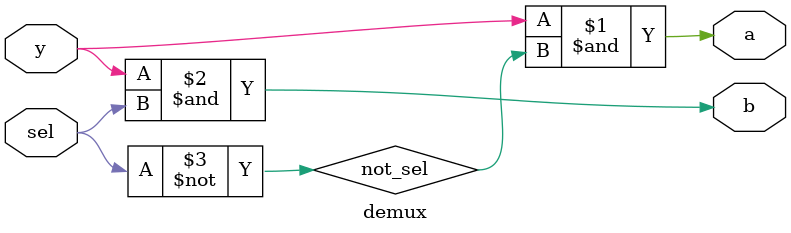
<source format=v>
module demux(a,b,sel,y);
  input sel,y;
  output a,b;

  wire not_sel;
  
  not g1(not_sel,sel);
  and g2(a,y,not_sel);
  and g3(b,y,sel);

endmodule

</source>
